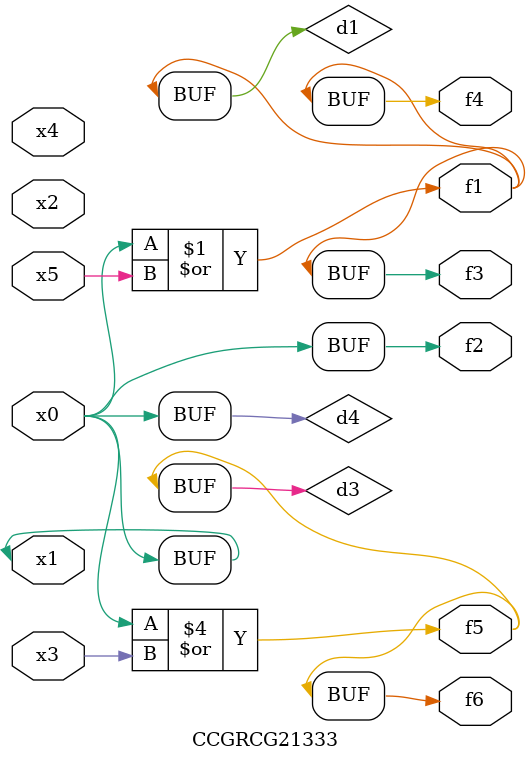
<source format=v>
module CCGRCG21333(
	input x0, x1, x2, x3, x4, x5,
	output f1, f2, f3, f4, f5, f6
);

	wire d1, d2, d3, d4;

	or (d1, x0, x5);
	xnor (d2, x1, x4);
	or (d3, x0, x3);
	buf (d4, x0, x1);
	assign f1 = d1;
	assign f2 = d4;
	assign f3 = d1;
	assign f4 = d1;
	assign f5 = d3;
	assign f6 = d3;
endmodule

</source>
